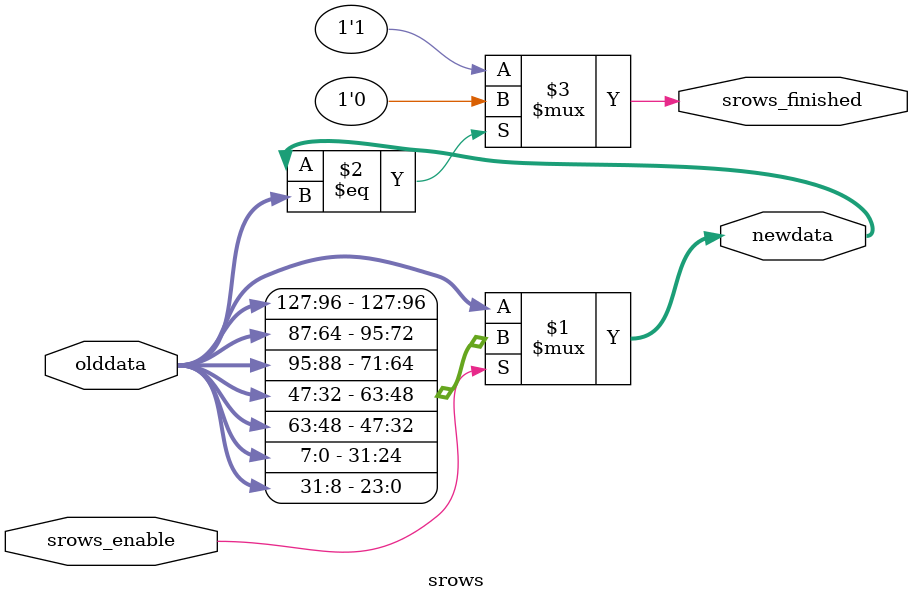
<source format=sv>

module srows
(
	//input wire clk,
	//input wire n_rst,
	input wire [127:0] olddata,
	input wire srows_enable,
	output reg srows_finished,
	output reg [127:0] newdata
);

	assign newdata = srows_enable ? {olddata[127:96],olddata[87:64],olddata[95:88],olddata[47:32],olddata[63:48],olddata[7:0],olddata[31:8]} : olddata;

	assign srows_finished = (newdata == olddata) ? 1'b0 : 1'b1;
/*
	always@(posedge clk, negedge n_rst) begin
		if(n_rst == 1'b0) begin
			newdata <= olddata;
		end else begin
			if(srows_enable) begin
				newdata <= {olddata[31:0],olddata[63:40],olddata[39:32],olddata[95:80],olddata[79:64],olddata[127:119],olddata[119:96]};
				srows_finished = 1'b1;
			end
		end
	end		
*/

endmodule

</source>
